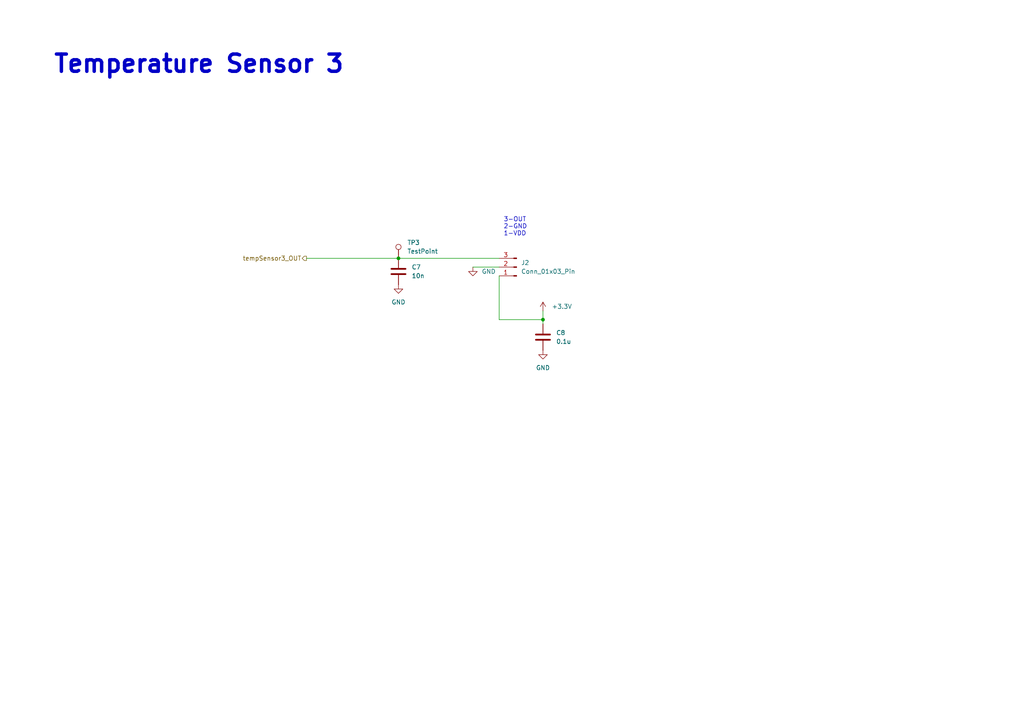
<source format=kicad_sch>
(kicad_sch (version 20230121) (generator eeschema)
  (paper "A4")
  (lib_symbols
    (symbol "Connector:Conn_01x03_Pin" (pin_names (offset 1.016) hide)
      (property "Reference" "J" (at 0 5.08 0))
      (property "Value" "Conn_01x03_Pin" (at 0 -5.08 0))
      (symbol "Conn_01x03_Pin_1_1"
        (polyline (pts (xy 1.27 -2.54) (xy 0.8636 -2.54)) (stroke (width 0.1524)))
        (polyline (pts (xy 1.27 0) (xy 0.8636 0)) (stroke (width 0.1524)))
        (polyline (pts (xy 1.27 2.54) (xy 0.8636 2.54)) (stroke (width 0.1524)))
        (rectangle (start 0.8636 -2.413) (end 0 -2.667) (stroke (width 0.1524)) (fill (type outline)))
        (rectangle (start 0.8636 0.127) (end 0 -0.127) (stroke (width 0.1524)) (fill (type outline)))
        (rectangle (start 0.8636 2.667) (end 0 2.413) (stroke (width 0.1524)) (fill (type outline)))
        (pin passive line (at 5.08 2.54 180) (length 3.81) (name "Pin_1") (number "1"))
        (pin passive line (at 5.08 0 180) (length 3.81) (name "Pin_2") (number "2"))
        (pin passive line (at 5.08 -2.54 180) (length 3.81) (name "Pin_3") (number "3"))
      )
    )
    (symbol "Connector:TestPoint" (pin_numbers hide) (pin_names (offset 0.762) hide)
      (property "Reference" "TP" (at 0 6.858 0))
      (property "Value" "TestPoint" (at 0 5.08 0))
      (symbol "TestPoint_0_1"
        (circle (center 0 3.302) (radius 0.762))
      )
      (symbol "TestPoint_1_1"
        (pin passive line (at 0 0 90) (length 2.54) (name "1") (number "1"))
      )
    )
    (symbol "Device:C" (pin_numbers hide) (pin_names (offset 0.254))
      (property "Reference" "C" (at 0.635 2.54 0))
      (property "Value" "C" (at 0.635 -2.54 0))
      (symbol "C_0_1"
        (polyline (pts (xy -2.032 -0.762) (xy 2.032 -0.762)) (stroke (width 0.508)))
        (polyline (pts (xy -2.032 0.762) (xy 2.032 0.762)) (stroke (width 0.508)))
      )
      (symbol "C_1_1"
        (pin passive line (at 0 3.81 270) (length 2.794) (name "~") (number "1"))
        (pin passive line (at 0 -3.81 90) (length 2.794) (name "~") (number "2"))
      )
    )
    (symbol "power:+3.3V" (power) (pin_names (offset 0))
      (property "Value" "+3.3V" (at 0 3.556 0))
      (symbol "+3.3V_0_1"
        (polyline (pts (xy -0.762 1.27) (xy 0 2.54)))
        (polyline (pts (xy 0 0) (xy 0 2.54)))
        (polyline (pts (xy 0 2.54) (xy 0.762 1.27)))
      )
      (symbol "+3.3V_1_1"
        (pin power_in line (at 0 0 90) (length 0) hide (name "+3.3V") (number "1"))
      )
    )
    (symbol "power:GND" (power) (pin_names (offset 0))
      (property "Value" "GND" (at 0 -3.81 0))
      (symbol "GND_0_1"
        (polyline (pts (xy 0 0) (xy 0 -1.27) (xy 1.27 -1.27) (xy 0 -2.54) (xy -1.27 -1.27) (xy 0 -1.27)))
      )
      (symbol "GND_1_1"
        (pin power_in line (at 0 0 270) (length 0) hide (name "GND") (number "1"))
      )
    )
  )
  (junction (at 115.57 74.93))
  (junction (at 157.48 92.71))
  (wire (pts (xy 137.16 77.47) (xy 144.78 77.47)))
  (wire (pts (xy 115.57 74.93) (xy 144.78 74.93)))
  (wire (pts (xy 144.78 92.71) (xy 157.48 92.71)))
  (wire (pts (xy 88.9 74.93) (xy 115.57 74.93)))
  (wire (pts (xy 157.48 90.17) (xy 157.48 92.71)))
  (wire (pts (xy 144.78 80.01) (xy 144.78 92.71)))
  (wire (pts (xy 157.48 92.71) (xy 157.48 93.98)))
  (text "Temperature Sensor 3\n" (at 15.24 21.59 0) (effects (font (size 5 5) (thickness 1) bold) (justify left bottom)))
  (text "3-OUT\n2-GND\n1-VDD" (at 146.05 68.58 0) (effects (font (size 1.27 1.27)) (justify left bottom)))
  (hierarchical_label "tempSensor3_OUT" (shape output) (at 88.9 74.93 180))
  (symbol (lib_id "Device:C") (at 157.48 97.79 0) (unit 1)
    (property "Reference" "C8" (at 161.29 96.52 0) (effects (justify left)))
    (property "Value" "0.1u" (at 161.29 99.06 0) (effects (justify left)))
    (property "Footprint" "Capacitor_SMD:C_0805_2012Metric" (effects hide))
    (instances (project "Telemetry-Peripheral-SOM-Daughterboard-IMU" (path "" (reference "C8") (unit 1)) (path "" (reference "C10") (unit 1)) (path "" (reference "C12") (unit 1))))
  )
  (symbol (lib_id "power:GND") (at 157.48 101.6 0) (unit 1)
    (property "Reference" "#PWR018" (effects hide))
    (property "Value" "GND" (at 157.48 106.68 0))
    (instances (project "Telemetry-Peripheral-SOM-Daughterboard-IMU" (path "" (reference "#PWR018") (unit 1)) (path "" (reference "#PWR011") (unit 1)) (path "" (reference "#PWR024") (unit 1))))
  )
  (symbol (lib_id "Device:C") (at 115.57 78.74 0) (unit 1)
    (property "Reference" "C7" (at 119.38 77.47 0) (effects (justify left)))
    (property "Value" "10n" (at 119.38 80.01 0) (effects (justify left)))
    (property "Footprint" "Capacitor_SMD:C_0805_2012Metric" (effects hide))
    (instances (project "Telemetry-Peripheral-SOM-Daughterboard-IMU" (path "" (reference "C7") (unit 1)) (path "" (reference "C9") (unit 1)) (path "" (reference "C11") (unit 1))))
  )
  (symbol (lib_id "Connector:Conn_01x03_Pin") (at 149.86 77.47 180) (unit 1)
    (property "Reference" "J2" (at 151.13 76.2 0) (effects (justify right)))
    (property "Value" "Conn_01x03_Pin" (at 151.13 78.74 0) (effects (justify right)))
    (property "Footprint" "UTSVT_Connectors:Molex_MicroFit3.0_1x3xP3.00mm_PolarizingPeg_Vertical" (effects hide))
    (property "Datasheet" "https://www.molex.com/en-us/products/part-detail/436500315?display=pdf" (effects hide))
    (instances (project "Telemetry-Peripheral-SOM-Daughterboard-IMU" (path "" (reference "J2") (unit 1)) (path "" (reference "J4") (unit 1))))
  )
  (symbol (lib_id "power:GND") (at 137.16 77.47 0) (unit 1)
    (property "Reference" "#PWR015" (effects hide))
    (property "Value" "GND" (at 139.7 78.74 0) (effects (justify left)))
    (instances (project "Telemetry-Peripheral-SOM-Daughterboard-IMU" (path "" (reference "#PWR015") (unit 1)) (path "" (reference "#PWR05") (unit 1)) (path "" (reference "#PWR013") (unit 1))))
  )
  (symbol (lib_id "power:GND") (at 115.57 82.55 0) (unit 1)
    (property "Reference" "#PWR017" (effects hide))
    (property "Value" "GND" (at 115.57 87.63 0))
    (instances (project "Telemetry-Peripheral-SOM-Daughterboard-IMU" (path "" (reference "#PWR017") (unit 1)) (path "" (reference "#PWR04") (unit 1)) (path "" (reference "#PWR012") (unit 1))))
  )
  (symbol (lib_id "power:+3.3V") (at 157.48 90.17 0) (unit 1)
    (property "Reference" "#PWR016" (effects hide))
    (property "Value" "+3.3V" (at 160.02 88.9 0) (effects (justify left)))
    (instances (project "Telemetry-Peripheral-SOM-Daughterboard-IMU" (path "" (reference "#PWR016") (unit 1)) (path "" (reference "#PWR010") (unit 1)) (path "" (reference "#PWR023") (unit 1))))
  )
  (symbol (lib_id "Connector:TestPoint") (at 115.57 74.93 0) (unit 1)
    (property "Reference" "TP3" (at 118.11 70.358 0) (effects (justify left)))
    (property "Value" "TestPoint" (at 118.11 72.898 0) (effects (justify left)))
    (property "Footprint" "TestPoint:TestPoint_THTPad_D2.0mm_Drill1.0mm" (effects hide))
  )
)
</source>
